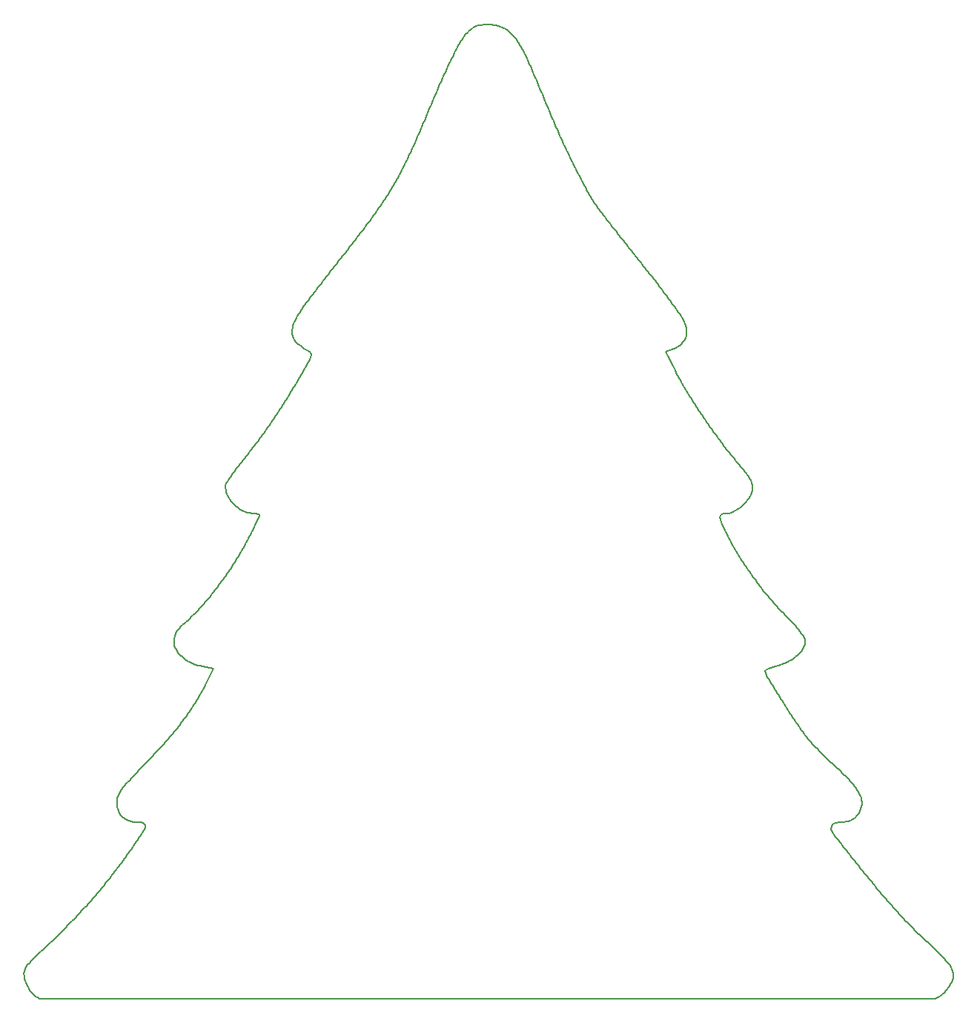
<source format=gm1>
G04*
G04 #@! TF.GenerationSoftware,Altium Limited,Altium Designer,22.10.1 (41)*
G04*
G04 Layer_Color=16711935*
%FSLAX25Y25*%
%MOIN*%
G70*
G04*
G04 #@! TF.SameCoordinates,D5E8C374-DC9F-4CCB-AA59-07C5174D7588*
G04*
G04*
G04 #@! TF.FilePolarity,Positive*
G04*
G01*
G75*
%ADD35C,0.00642*%
%ADD36C,0.00602*%
D35*
X310096Y327068D02*
X309459Y327892D01*
X308820Y328715D01*
X308180Y329537D01*
X307539Y330358D01*
X306896Y331177D01*
X306252Y331996D01*
X305606Y332813D01*
X304959Y333629D01*
X304310Y334443D01*
X303660Y335257D01*
X30531Y25356D02*
X29726Y24614D01*
X28940Y23852D01*
X28174Y23071D01*
X27427Y22271D01*
X26701Y21452D01*
X321974Y310323D02*
X321541Y311249D01*
X321043Y312142D01*
X320482Y312997D01*
X349799Y242162D02*
X349183Y242937D01*
X348563Y243710D01*
X347940Y244480D01*
X347314Y245247D01*
X346685Y246011D01*
X346053Y246773D01*
X345417Y247532D01*
X398125Y87091D02*
X398784Y87544D01*
X399384Y88075D01*
X80067Y112293D02*
X79371Y111574D01*
X78676Y110855D01*
X77983Y110134D01*
X77291Y109412D01*
X76600Y108689D01*
X75910Y107965D01*
X75221Y107240D01*
X74533Y106514D01*
X73847Y105786D01*
X73161Y105058D01*
X72477Y104328D01*
X350974Y230982D02*
X351486Y231774D01*
X351914Y232615D01*
X352255Y233495D01*
X352504Y234405D01*
X196707Y381890D02*
X197131Y382770D01*
X197552Y383651D01*
X197970Y384534D01*
X198386Y385418D01*
X198800Y386302D01*
X199211Y387189D01*
X199619Y388076D01*
X200026Y388964D01*
X200429Y389853D01*
X200830Y390744D01*
X201229Y391635D01*
X201625Y392528D01*
X202019Y393422D01*
X202411Y394317D01*
X202799Y395213D01*
X203186Y396110D01*
X203570Y397008D01*
X203951Y397907D01*
X204329Y398807D01*
X26701Y21452D02*
X26037Y20544D01*
X25530Y19539D01*
X25193Y18466D01*
X364145Y155878D02*
X363020Y155563D01*
X361902Y155220D01*
X323012Y279106D02*
X323540Y278246D01*
X324071Y277389D01*
X324605Y276534D01*
X325141Y275680D01*
X325681Y274828D01*
X326223Y273978D01*
X326769Y273130D01*
X327317Y272283D01*
X327868Y271439D01*
X328422Y270596D01*
X328979Y269756D01*
X329539Y268917D01*
X330101Y268080D01*
X79652Y84152D02*
X79394Y84671D01*
X131014Y223419D02*
X130839Y223714D01*
X439511Y9698D02*
X440124Y10420D01*
X440697Y11174D01*
X441230Y11957D01*
X441720Y12767D01*
X442166Y13602D01*
X442567Y14460D01*
X401644Y92391D02*
X401765Y93388D01*
X401771Y94392D01*
X401660Y95390D01*
X401434Y96368D01*
X401097Y97313D01*
X135243Y263623D02*
X135813Y264444D01*
X136380Y265266D01*
X136944Y266091D01*
X137506Y266918D01*
X138064Y267747D01*
X138619Y268578D01*
X139172Y269410D01*
X139721Y270245D01*
X140268Y271082D01*
X140811Y271920D01*
X141352Y272761D01*
X141889Y273603D01*
X142424Y274447D01*
X142955Y275294D01*
X143483Y276142D01*
X144009Y276992D01*
X144531Y277844D01*
X145051Y278697D01*
X145567Y279553D01*
X154088Y294304D02*
X154323Y295361D01*
X153946Y296377D01*
X153078Y297024D01*
X130241Y223960D02*
X129391Y224130D01*
X272400Y380485D02*
X272848Y379588D01*
X273298Y378693D01*
X273751Y377800D01*
X274207Y376907D01*
X274665Y376017D01*
X275125Y375127D01*
X275589Y374239D01*
X276055Y373352D01*
X276523Y372467D01*
X276994Y371583D01*
X277468Y370700D01*
X277944Y369819D01*
X278423Y368939D01*
X371203Y174504D02*
X370547Y175204D01*
X369885Y175900D01*
X369219Y176592D01*
X368548Y177278D01*
X367872Y177959D01*
X367191Y178636D01*
X390168Y85176D02*
X389079Y84817D01*
X352580Y236797D02*
X352290Y237994D01*
X351800Y239123D01*
X394673Y85695D02*
X395578Y85943D01*
X396461Y86261D01*
X352504Y234405D02*
X352653Y235597D01*
X352580Y236797D01*
X130891Y222871D02*
X131014Y223419D01*
X337928Y257014D02*
X338529Y256206D01*
X339135Y255402D01*
X339745Y254600D01*
X340359Y253802D01*
X340977Y253007D01*
X341599Y252215D01*
X342225Y251426D01*
X342855Y250641D01*
X343490Y249858D01*
X344128Y249080D01*
X344770Y248304D01*
X345416Y247532D01*
X374008Y171170D02*
X373338Y172029D01*
X372647Y172871D01*
X371935Y173696D01*
X371203Y174504D01*
X123861Y225190D02*
X124723Y224832D01*
X125613Y224551D01*
X126524Y224349D01*
X127450Y224226D01*
X128383Y224186D01*
X67459Y90541D02*
X67931Y89539D01*
X68552Y88621D01*
X69306Y87809D01*
X337959Y222609D02*
X338110Y221418D01*
X338496Y220282D01*
X376271Y166700D02*
X376146Y167640D01*
X375781Y168516D01*
X260049Y407807D02*
X259676Y408717D01*
X259302Y409627D01*
X258926Y410536D01*
X258550Y411445D01*
X258173Y412354D01*
X257794Y413262D01*
X257415Y414169D01*
X257035Y415076D01*
X256653Y415983D01*
X256271Y416889D01*
X255887Y417795D01*
X255502Y418701D01*
X255117Y419606D01*
X254730Y420510D01*
X254342Y421414D01*
X253953Y422318D01*
X253563Y423221D01*
X253172Y424124D01*
X252780Y425026D01*
X252387Y425928D01*
X251993Y426829D01*
X251598Y427730D01*
X251202Y428630D01*
X358539Y153888D02*
X358294Y153501D01*
X290815Y351475D02*
X291437Y350681D01*
X292060Y349887D01*
X292683Y349093D01*
X293306Y348300D01*
X293930Y347507D01*
X294554Y346715D01*
X295179Y345923D01*
X295804Y345131D01*
X296430Y344340D01*
X297056Y343549D01*
X30531Y25356D02*
X31269Y26022D01*
X32004Y26690D01*
X32737Y27361D01*
X33467Y28035D01*
X34195Y28712D01*
X34920Y29391D01*
X35643Y30073D01*
X36364Y30758D01*
X37081Y31446D01*
X37796Y32136D01*
X38508Y32828D01*
X338714Y223765D02*
X337959Y222609D01*
X61151Y57314D02*
X61757Y58063D01*
X62360Y58814D01*
X62961Y59566D01*
X63559Y60321D01*
X64154Y61078D01*
X64747Y61837D01*
X65337Y62598D01*
X65925Y63362D01*
X66509Y64127D01*
X67092Y64894D01*
X67671Y65663D01*
X417999Y45008D02*
X418675Y44261D01*
X419354Y43518D01*
X420037Y42778D01*
X420724Y42041D01*
X421414Y41307D01*
X422108Y40577D01*
X422806Y39851D01*
X423506Y39127D01*
X424211Y38407D01*
X424919Y37691D01*
X425631Y36978D01*
X426345Y36268D01*
X427064Y35562D01*
X427786Y34860D01*
X428511Y34161D01*
X429240Y33466D01*
X429972Y32774D01*
X430707Y32085D01*
X431446Y31401D01*
X152214Y297446D02*
X153078Y297024D01*
X146681Y310258D02*
X146314Y309411D01*
X146029Y308533D01*
X145830Y307631D01*
X145717Y306715D01*
X145692Y305792D01*
X145755Y304871D01*
X80067Y112293D02*
X80787Y113037D01*
X81503Y113783D01*
X82217Y114532D01*
X82929Y115284D01*
X83638Y116038D01*
X84344Y116795D01*
X85047Y117554D01*
X85748Y118315D01*
X86446Y119079D01*
X87142Y119846D01*
X87835Y120615D01*
X88525Y121386D01*
X89212Y122160D01*
X434715Y6121D02*
X435607Y6579D01*
X436468Y7096D01*
X437292Y7670D01*
X438076Y8296D01*
X438817Y8973D01*
X439511Y9698D01*
X73768Y74138D02*
X74353Y74988D01*
X74936Y75841D01*
X75516Y76694D01*
X76095Y77549D01*
X76672Y78405D01*
X77247Y79263D01*
X77820Y80122D01*
X78391Y80982D01*
X78960Y81844D01*
X93446Y163118D02*
X94016Y162176D01*
X94666Y161285D01*
X95389Y160454D01*
X96181Y159687D01*
X130839Y223714D02*
X130241Y223960D01*
X322500Y302981D02*
X322837Y304095D01*
X322996Y305248D01*
X322973Y306413D01*
X386351Y113741D02*
X387049Y113071D01*
X387753Y112408D01*
X388464Y111752D01*
X389181Y111103D01*
X389905Y110461D01*
X346338Y205481D02*
X346864Y204641D01*
X347395Y203804D01*
X347931Y202969D01*
X348471Y202138D01*
X349016Y201310D01*
X349566Y200485D01*
X350120Y199663D01*
X350679Y198844D01*
X351243Y198029D01*
X351811Y197216D01*
X352384Y196407D01*
X352961Y195601D01*
X401097Y97313D02*
X400684Y98226D01*
X400227Y99118D01*
X399728Y99986D01*
X399187Y100829D01*
X398605Y101645D01*
X397985Y102432D01*
X397327Y103187D01*
X240912Y442195D02*
X240037Y442605D01*
X239137Y442955D01*
X238215Y443243D01*
X237276Y443469D01*
X236324Y443631D01*
X235363Y443728D01*
X234398Y443761D01*
X245957Y437845D02*
X245373Y438608D01*
X244738Y439328D01*
X244055Y440004D01*
X243327Y440631D01*
X242558Y441207D01*
X241752Y441729D01*
X240912Y442195D01*
X330101Y268080D02*
X330644Y267279D01*
X331189Y266478D01*
X331737Y265680D01*
X332288Y264883D01*
X332840Y264089D01*
X333396Y263296D01*
X333953Y262504D01*
X334514Y261715D01*
X335077Y260927D01*
X335642Y260141D01*
X336210Y259356D01*
X336780Y258574D01*
X337352Y257793D01*
X337928Y257014D01*
X234398Y443761D02*
X233490Y443751D01*
X232583Y443724D01*
X231677Y443677D01*
X230772Y443612D01*
X375381Y163523D02*
X375870Y164522D01*
X376170Y165593D01*
X376271Y166700D01*
X360013Y154534D02*
X359272Y154221D01*
X358539Y153888D01*
X358857Y151506D02*
X359398Y150624D01*
X359940Y149742D01*
X360483Y148860D01*
X361026Y147979D01*
X361570Y147098D01*
X362114Y146217D01*
X362659Y145337D01*
X363205Y144457D01*
X363751Y143578D01*
X364297Y142698D01*
X364845Y141820D01*
X365392Y140942D01*
X376373Y124538D02*
X377001Y123739D01*
X377644Y122951D01*
X378301Y122176D01*
X378972Y121412D01*
X391543Y85424D02*
X390168Y85176D01*
X72259Y86096D02*
X73196Y85839D01*
X74150Y85655D01*
X75115Y85544D01*
X76085Y85507D01*
X96350Y130882D02*
X96959Y131695D01*
X97561Y132514D01*
X98155Y133338D01*
X98743Y134167D01*
X99323Y135001D01*
X99896Y135840D01*
X100461Y136685D01*
X101019Y137534D01*
X101569Y138388D01*
X102112Y139247D01*
X125572Y212183D02*
X125993Y212995D01*
X126412Y213807D01*
X126829Y214621D01*
X127244Y215435D01*
X127658Y216251D01*
X72477Y104327D02*
X71746Y103526D01*
X71035Y102708D01*
X70344Y101872D01*
X69674Y101020D01*
X69026Y100151D01*
X124186Y248961D02*
X123518Y248134D01*
X122855Y247303D01*
X122197Y246468D01*
X121546Y245628D01*
X120899Y244784D01*
X25192Y18466D02*
X25049Y17397D01*
X25098Y16320D01*
X25336Y15269D01*
X78960Y81844D02*
X79475Y82947D01*
X79652Y84152D01*
X396461Y86261D02*
X397309Y86644D01*
X398125Y87091D01*
X92493Y166838D02*
X92554Y165870D01*
X92735Y164918D01*
X93034Y163996D01*
X93446Y163118D01*
X115955Y237692D02*
X115606Y236502D01*
X221309Y436023D02*
X220846Y435196D01*
X220388Y434367D01*
X219936Y433534D01*
X219490Y432698D01*
X219050Y431859D01*
X218616Y431017D01*
X218187Y430172D01*
X217765Y429323D01*
X217348Y428473D01*
X46733Y41130D02*
X47453Y41883D01*
X48170Y42638D01*
X48884Y43396D01*
X49597Y44155D01*
X50307Y44918D01*
X51015Y45682D01*
X51720Y46448D01*
X52423Y47217D01*
X53123Y47987D01*
X53821Y48760D01*
X54517Y49535D01*
X98794Y176322D02*
X99571Y177003D01*
X100338Y177696D01*
X101093Y178401D01*
X101836Y179119D01*
X102568Y179848D01*
X103288Y180590D01*
X103996Y181342D01*
X104692Y182107D01*
X105375Y182882D01*
X151931Y318765D02*
X151333Y317962D01*
X150751Y317147D01*
X150185Y316322D01*
X149634Y315485D01*
X149100Y314638D01*
X148583Y313781D01*
X148082Y312915D01*
X147598Y312038D01*
X147131Y311153D01*
X146681Y310258D01*
X341102Y214833D02*
X341542Y213964D01*
X341989Y213098D01*
X342444Y212235D01*
X342905Y211377D01*
X343374Y210522D01*
X343850Y209672D01*
X344334Y208825D01*
X344824Y207983D01*
X345322Y207145D01*
X345826Y206311D01*
X346338Y205481D01*
X315825Y319458D02*
X315260Y320225D01*
X314693Y320991D01*
X314125Y321755D01*
X313555Y322518D01*
X312983Y323280D01*
X312409Y324040D01*
X311833Y324799D01*
X311256Y325557D01*
X310677Y326313D01*
X310096Y327068D01*
X364145Y155878D02*
X365115Y156160D01*
X366072Y156483D01*
X367014Y156846D01*
X367940Y157249D01*
X368848Y157691D01*
X226482Y442066D02*
X225766Y441490D01*
X225082Y440877D01*
X224430Y440230D01*
X358294Y153501D02*
X358437Y152464D01*
X358857Y151506D01*
X148077Y300496D02*
X148766Y299919D01*
X149469Y299360D01*
X224430Y440230D02*
X223724Y439452D01*
X223057Y438641D01*
X222432Y437797D01*
X221849Y436924D01*
X221309Y436023D01*
X399384Y88075D02*
X400039Y88815D01*
X400601Y89630D01*
X401059Y90506D01*
X401409Y91431D01*
X401644Y92392D01*
X89213Y122160D02*
X89889Y122930D01*
X90560Y123705D01*
X91226Y124484D01*
X91886Y125268D01*
X92540Y126056D01*
X93190Y126849D01*
X93833Y127647D01*
X94471Y128449D01*
X95103Y129256D01*
X95729Y130067D01*
X96350Y130882D01*
X118126Y240954D02*
X117574Y240145D01*
X117028Y239332D01*
X116488Y238514D01*
X115955Y237692D01*
X320482Y312997D02*
X319906Y313809D01*
X319329Y314620D01*
X318749Y315430D01*
X318168Y316238D01*
X317585Y317045D01*
X317000Y317850D01*
X316413Y318655D01*
X315825Y319458D01*
X389079Y84817D02*
X388568Y84382D01*
X116649Y232143D02*
X117138Y231254D01*
X117685Y230401D01*
X118288Y229585D01*
X118944Y228812D01*
X119650Y228084D01*
X371768Y130995D02*
X372317Y130169D01*
X372873Y129349D01*
X373438Y128533D01*
X374010Y127723D01*
X374589Y126919D01*
X375176Y126120D01*
X375771Y125326D01*
X376373Y124538D01*
X112748Y192040D02*
X113366Y192872D01*
X113978Y193708D01*
X114586Y194547D01*
X115188Y195390D01*
X115786Y196237D01*
X116378Y197087D01*
X116966Y197940D01*
X117548Y198797D01*
X118126Y199658D01*
X118698Y200522D01*
X119265Y201389D01*
X119827Y202259D01*
X266015Y393944D02*
X266425Y393039D01*
X266837Y392135D01*
X267252Y391233D01*
X267668Y390331D01*
X268088Y389431D01*
X268509Y388531D01*
X268932Y387633D01*
X269358Y386736D01*
X269786Y385840D01*
X270216Y384944D01*
X270649Y384050D01*
X271083Y383157D01*
X271520Y382265D01*
X271959Y381374D01*
X272401Y380485D01*
X340860Y224186D02*
X339767Y224079D01*
X338714Y223765D01*
X442567Y14460D02*
X442893Y15459D01*
X443022Y16501D01*
X442950Y17549D01*
X442680Y18565D01*
X77451Y85408D02*
X76085Y85507D01*
X338496Y220282D02*
X338916Y219368D01*
X339343Y218456D01*
X339774Y217546D01*
X340211Y216639D01*
X340654Y215735D01*
X341102Y214834D01*
X98794Y176322D02*
X97968Y175600D01*
X97153Y174864D01*
X96349Y174117D01*
X95557Y173357D01*
X129416Y219802D02*
X129909Y220824D01*
X130401Y221847D01*
X130891Y222871D01*
X297056Y343549D02*
X297655Y342794D01*
X298253Y342039D01*
X298853Y341285D01*
X299452Y340530D01*
X300052Y339776D01*
X300653Y339022D01*
X301253Y338269D01*
X301854Y337516D01*
X302456Y336763D01*
X303058Y336010D01*
X303660Y335258D01*
X393039Y85507D02*
X391543Y85424D01*
X393039Y85507D02*
X393862Y85554D01*
X394673Y85695D01*
X54517Y49535D02*
X55197Y50299D01*
X55874Y51066D01*
X56546Y51836D01*
X57215Y52609D01*
X57881Y53385D01*
X58542Y54165D01*
X59200Y54948D01*
X59854Y55733D01*
X60505Y56522D01*
X61151Y57314D01*
X96181Y159687D02*
X96937Y159055D01*
X97731Y158470D01*
X98558Y157933D01*
X99415Y157447D01*
X100301Y157013D01*
X317845Y288390D02*
X318283Y287529D01*
X318727Y286671D01*
X319178Y285816D01*
X319635Y284965D01*
X320099Y284117D01*
X320569Y283273D01*
X321045Y282432D01*
X321527Y281595D01*
X322016Y280761D01*
X322511Y279931D01*
X323012Y279105D01*
X92812Y169143D02*
X92573Y168001D01*
X92493Y166838D01*
X145568Y279554D02*
X146083Y280413D01*
X146597Y281274D01*
X147109Y282135D01*
X147619Y282998D01*
X148127Y283862D01*
X148634Y284726D01*
X149138Y285592D01*
X149642Y286459D01*
X150143Y287327D01*
X150642Y288195D01*
X151140Y289065D01*
X151636Y289936D01*
X152130Y290808D01*
X152622Y291681D01*
X153113Y292555D01*
X153601Y293429D01*
X154088Y294304D01*
X79394Y84671D02*
X78604Y85109D01*
X95557Y173357D02*
X94901Y172671D01*
X94295Y171940D01*
X93742Y171168D01*
X260049Y407807D02*
X260431Y406876D01*
X260816Y405946D01*
X261202Y405017D01*
X261591Y404089D01*
X261982Y403162D01*
X262375Y402236D01*
X262771Y401310D01*
X263169Y400386D01*
X263569Y399463D01*
X263971Y398540D01*
X264375Y397619D01*
X264782Y396698D01*
X265191Y395779D01*
X265602Y394860D01*
X266015Y393944D01*
X38508Y32828D02*
X39204Y33509D01*
X39898Y34193D01*
X40591Y34878D01*
X41281Y35565D01*
X41969Y36253D01*
X42656Y36944D01*
X43340Y37637D01*
X44023Y38332D01*
X44703Y39028D01*
X45382Y39727D01*
X46058Y40427D01*
X46733Y41129D01*
X100301Y157013D02*
X101258Y156609D01*
X102235Y156255D01*
X103228Y155952D01*
X104236Y155701D01*
X105256Y155501D01*
X119827Y202260D02*
X120386Y203140D01*
X120938Y204025D01*
X121483Y204914D01*
X122020Y205807D01*
X122550Y206705D01*
X123072Y207608D01*
X123587Y208515D01*
X124095Y209426D01*
X124595Y210341D01*
X125087Y211260D01*
X125572Y212183D01*
X320551Y300234D02*
X321348Y301039D01*
X322004Y301962D01*
X322500Y302981D01*
X119650Y228084D02*
X120412Y227397D01*
X121218Y226761D01*
X122064Y226180D01*
X122946Y225656D01*
X123861Y225190D01*
X180526Y355669D02*
X181129Y356479D01*
X181729Y357292D01*
X182324Y358108D01*
X182914Y358928D01*
X183500Y359751D01*
X184081Y360577D01*
X184657Y361406D01*
X185229Y362239D01*
X185796Y363074D01*
X186359Y363913D01*
X186917Y364755D01*
X187470Y365600D01*
X188018Y366448D01*
X188562Y367299D01*
X189101Y368154D01*
X189635Y369010D01*
X360174Y186281D02*
X360841Y185486D01*
X361516Y184697D01*
X362198Y183915D01*
X362889Y183140D01*
X363587Y182371D01*
X364293Y181610D01*
X365006Y180855D01*
X365727Y180108D01*
X366455Y179368D01*
X367191Y178636D01*
X322973Y306413D02*
X322835Y307416D01*
X322622Y308405D01*
X322334Y309376D01*
X321974Y310323D01*
X388774Y80521D02*
X389383Y79736D01*
X389993Y78952D01*
X390604Y78169D01*
X391215Y77386D01*
X391827Y76604D01*
X392440Y75822D01*
X393054Y75041D01*
X393668Y74260D01*
X394283Y73480D01*
X394898Y72701D01*
X395515Y71922D01*
X396131Y71144D01*
X396749Y70366D01*
X397368Y69588D01*
X397987Y68811D01*
X398606Y68035D01*
X399227Y67260D01*
X399848Y66484D01*
X400470Y65710D01*
X401092Y64936D01*
X401715Y64162D01*
X402339Y63389D01*
X402964Y62617D01*
X102112Y139247D02*
X102641Y140102D01*
X103162Y140961D01*
X103676Y141825D01*
X104182Y142693D01*
X104680Y143566D01*
X105169Y144444D01*
X105651Y145326D01*
X106125Y146212D01*
X106591Y147103D01*
X107049Y147997D01*
X344193Y225021D02*
X344976Y225464D01*
X345739Y225942D01*
X346479Y226455D01*
X347194Y227001D01*
X347884Y227579D01*
X283031Y361616D02*
X283655Y360757D01*
X284286Y359903D01*
X284924Y359056D01*
X285570Y358214D01*
X230772Y443612D02*
X229570Y443435D01*
X228400Y443104D01*
X285570Y358214D02*
X286151Y357464D01*
X286733Y356714D01*
X287314Y355964D01*
X287897Y355216D01*
X288479Y354467D01*
X289063Y353718D01*
X289646Y352971D01*
X290230Y352223D01*
X290815Y351476D01*
X189635Y369010D02*
X190148Y369845D01*
X190656Y370684D01*
X191157Y371526D01*
X191653Y372371D01*
X192142Y373220D01*
X192626Y374073D01*
X193104Y374928D01*
X193575Y375787D01*
X194041Y376650D01*
X194501Y377515D01*
X194954Y378384D01*
X195402Y379256D01*
X195843Y380131D01*
X196278Y381009D01*
X196707Y381890D01*
X25336Y15269D02*
X25654Y14337D01*
X26002Y13415D01*
X26379Y12505D01*
X26786Y11607D01*
X27221Y10723D01*
X351800Y239123D02*
X351350Y239915D01*
X350866Y240687D01*
X350349Y241436D01*
X349799Y242162D01*
X165796Y336600D02*
X165185Y335831D01*
X164575Y335062D01*
X163965Y334291D01*
X163357Y333521D01*
X162749Y332749D01*
X162142Y331977D01*
X161535Y331205D01*
X160929Y330432D01*
X160324Y329658D01*
X159720Y328884D01*
X159116Y328109D01*
X158514Y327334D01*
X157912Y326558D01*
X157310Y325781D01*
X156710Y325004D01*
X156110Y324226D01*
X155511Y323448D01*
X154913Y322669D01*
X154315Y321890D01*
X153718Y321110D01*
X153122Y320329D01*
X152527Y319548D01*
X151933Y318767D01*
X78604Y85109D02*
X77451Y85408D01*
X402964Y62616D02*
X403598Y61834D01*
X404235Y61054D01*
X404872Y60275D01*
X405512Y59497D01*
X406153Y58721D01*
X406797Y57947D01*
X407442Y57174D01*
X408088Y56402D01*
X408737Y55632D01*
X409387Y54863D01*
X410039Y54096D01*
X410693Y53330D01*
X411348Y52566D01*
X412006Y51803D01*
X412665Y51042D01*
X413325Y50283D01*
X413988Y49525D01*
X414652Y48768D01*
X415318Y48013D01*
X415986Y47259D01*
X416655Y46507D01*
X417326Y45757D01*
X417999Y45008D01*
X317281Y298298D02*
X318159Y298673D01*
X319000Y299123D01*
X319799Y299645D01*
X320550Y300234D01*
X388568Y84382D02*
X388167Y83439D01*
X388066Y82419D01*
X388275Y81416D01*
X388774Y80520D01*
X217348Y428472D02*
X216926Y427600D01*
X216508Y426726D01*
X216092Y425850D01*
X215679Y424974D01*
X215269Y424096D01*
X214862Y423216D01*
X214457Y422336D01*
X214056Y421454D01*
X213658Y420570D01*
X213262Y419685D01*
X212870Y418799D01*
X212480Y417912D01*
X212093Y417024D01*
X67374Y97107D02*
X67063Y96120D01*
X66874Y95101D01*
X66811Y94068D01*
X352961Y195601D02*
X353538Y194806D01*
X354119Y194014D01*
X354704Y193226D01*
X355294Y192440D01*
X355889Y191658D01*
X356488Y190880D01*
X357091Y190105D01*
X357699Y189333D01*
X358311Y188565D01*
X358928Y187800D01*
X359548Y187039D01*
X360174Y186282D01*
X93742Y171168D02*
X93198Y170191D01*
X92812Y169142D01*
X150912Y298302D02*
X151557Y297866D01*
X152214Y297446D01*
X228400Y443104D02*
X227401Y442660D01*
X226482Y442066D01*
X397327Y103187D02*
X396621Y103951D01*
X395907Y104707D01*
X395185Y105454D01*
X394454Y106194D01*
X393716Y106926D01*
X392969Y107650D01*
X392215Y108365D01*
X391452Y109072D01*
X390682Y109771D01*
X389905Y110461D01*
X127658Y216251D02*
X128103Y217136D01*
X128544Y218022D01*
X128982Y218911D01*
X129416Y219802D01*
X69026Y100151D02*
X68387Y99186D01*
X67835Y98169D01*
X67374Y97107D01*
X165796Y336600D02*
X166420Y337386D01*
X167044Y338174D01*
X167667Y338961D01*
X168289Y339750D01*
X168909Y340539D01*
X169529Y341329D01*
X170148Y342119D01*
X170766Y342911D01*
X171383Y343703D01*
X171999Y344496D01*
X172615Y345289D01*
X173229Y346084D01*
X173842Y346879D01*
X174454Y347674D01*
X175066Y348471D01*
X175677Y349268D01*
X176286Y350066D01*
X176895Y350864D01*
X177503Y351664D01*
X178109Y352464D01*
X178715Y353264D01*
X179320Y354066D01*
X179924Y354868D01*
X180526Y355669D01*
X145755Y304871D02*
X145946Y303876D01*
X146283Y302920D01*
X146758Y302026D01*
X147361Y301211D01*
X148077Y300496D01*
X105375Y182882D02*
X106015Y183624D01*
X106650Y184371D01*
X107281Y185121D01*
X107907Y185875D01*
X108528Y186632D01*
X109145Y187394D01*
X109757Y188159D01*
X110365Y188928D01*
X110968Y189700D01*
X111566Y190477D01*
X112160Y191257D01*
X112748Y192040D01*
X251202Y428630D02*
X250804Y429510D01*
X250390Y430382D01*
X249960Y431247D01*
X249514Y432103D01*
X249052Y432951D01*
X248575Y433790D01*
X248081Y434620D01*
X247573Y435441D01*
X247049Y436252D01*
X246511Y437054D01*
X245957Y437845D01*
X375781Y168516D02*
X375226Y169425D01*
X374635Y170310D01*
X374008Y171170D01*
X66811Y94068D02*
X66852Y93168D01*
X66975Y92275D01*
X67177Y91397D01*
X67459Y90541D01*
X372761Y160376D02*
X373502Y161088D01*
X374188Y161853D01*
X374815Y162666D01*
X375381Y163523D01*
X129391Y224130D02*
X128382Y224186D01*
X368848Y157691D02*
X369684Y158147D01*
X370495Y158645D01*
X371279Y159183D01*
X372035Y159761D01*
X372761Y160376D01*
X442680Y18564D02*
X442321Y19439D01*
X441902Y20287D01*
X441427Y21104D01*
X440897Y21887D01*
X440315Y22632D01*
X439683Y23335D01*
X212093Y417024D02*
X211700Y416115D01*
X211307Y415206D01*
X210915Y414297D01*
X210523Y413387D01*
X210132Y412477D01*
X209741Y411568D01*
X209351Y410657D01*
X208961Y409747D01*
X208572Y408836D01*
X208184Y407926D01*
X207796Y407014D01*
X207408Y406103D01*
X207021Y405191D01*
X206635Y404280D01*
X206249Y403368D01*
X205864Y402455D01*
X205479Y401543D01*
X205095Y400630D01*
X204711Y399717D01*
X204329Y398807D01*
X382514Y117595D02*
X383271Y116814D01*
X384033Y116037D01*
X384800Y115267D01*
X385573Y114501D01*
X386351Y113741D01*
X27221Y10723D02*
X27688Y9915D01*
X28234Y9157D01*
X28854Y8459D01*
X29541Y7826D01*
X30289Y7266D01*
X31089Y6784D01*
X31933Y6385D01*
X340861Y224186D02*
X342012Y224280D01*
X343133Y224561D01*
X344193Y225021D01*
X361902Y155220D02*
X360951Y154895D01*
X360013Y154535D01*
X67671Y65664D02*
X68296Y66500D01*
X68918Y67339D01*
X69536Y68180D01*
X70151Y69024D01*
X70762Y69870D01*
X71370Y70719D01*
X71975Y71570D01*
X72576Y72424D01*
X73173Y73280D01*
X73768Y74138D01*
X69306Y87809D02*
X70203Y87096D01*
X71194Y86520D01*
X72259Y86096D01*
X124186Y248961D02*
X124829Y249753D01*
X125469Y250549D01*
X126105Y251347D01*
X126738Y252147D01*
X127367Y252950D01*
X127993Y253756D01*
X128616Y254564D01*
X129236Y255375D01*
X129852Y256189D01*
X130464Y257005D01*
X131074Y257823D01*
X131680Y258645D01*
X132282Y259468D01*
X132881Y260294D01*
X133477Y261123D01*
X134069Y261954D01*
X134658Y262787D01*
X135243Y263623D01*
X149469Y299360D02*
X150183Y298821D01*
X150912Y298302D01*
X347884Y227579D02*
X348562Y228202D01*
X349212Y228855D01*
X349831Y229537D01*
X350419Y230246D01*
X350974Y230982D01*
X378972Y121412D02*
X379670Y120639D01*
X380373Y119870D01*
X381081Y119107D01*
X381795Y118348D01*
X382514Y117595D01*
X278423Y368939D02*
X278890Y368098D01*
X279369Y367263D01*
X279858Y366436D01*
X280360Y365614D01*
X280872Y364800D01*
X281395Y363993D01*
X281930Y363193D01*
X282475Y362401D01*
X283031Y361616D01*
X115606Y236502D02*
X115648Y235598D01*
X115775Y234703D01*
X115986Y233823D01*
X116278Y232967D01*
X116649Y232143D01*
X120899Y244784D02*
X120330Y244029D01*
X119768Y243268D01*
X119214Y242502D01*
X118666Y241731D01*
X118126Y240954D01*
X365392Y140942D02*
X365914Y140107D01*
X366438Y139274D01*
X366964Y138441D01*
X367491Y137610D01*
X368020Y136779D01*
X368550Y135950D01*
X369082Y135121D01*
X369616Y134294D01*
X370151Y133468D01*
X370688Y132643D01*
X371227Y131819D01*
X371767Y130996D01*
X439683Y23335D02*
X439015Y24026D01*
X438344Y24714D01*
X437669Y25398D01*
X436991Y26078D01*
X436310Y26756D01*
X435625Y27430D01*
X434937Y28100D01*
X434245Y28767D01*
X433551Y29431D01*
X432852Y30091D01*
X432151Y30747D01*
X431446Y31400D01*
X313563Y296894D02*
X317845Y288390D01*
X105256Y155501D02*
X110404Y154631D01*
X107049Y147997D02*
X110404Y154631D01*
X313563Y296894D02*
X317281Y298298D01*
D36*
X31944Y6211D02*
X434715D01*
M02*

</source>
